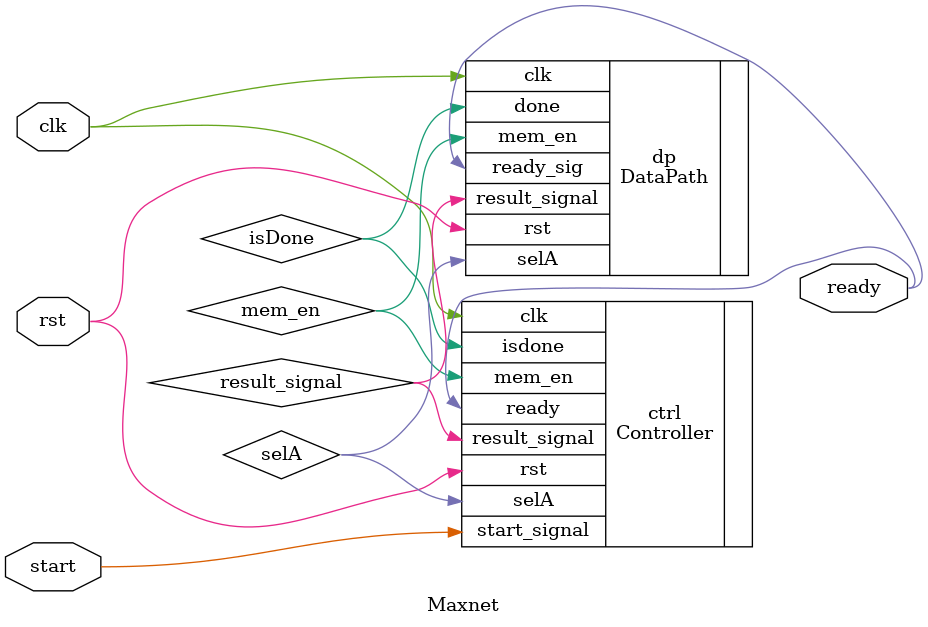
<source format=v>

module Maxnet(
    input clk, rst,
    input start,
    output ready
);

wire mem_en, selA, result_signal,isDone;

DataPath dp (
    .clk(clk),
    .rst(rst),
    .selA(selA),
    .mem_en(mem_en),
    .result_signal(result_signal),
    .done(isDone),
    .ready_sig(ready)
);

Controller ctrl (
    .clk(clk),
    .rst(rst),
    .start_signal(start),
    .ready(ready),
    .mem_en(mem_en),
    .selA(selA),
    .result_signal(result_signal),
    .isdone(isDone)
);

endmodule
</source>
